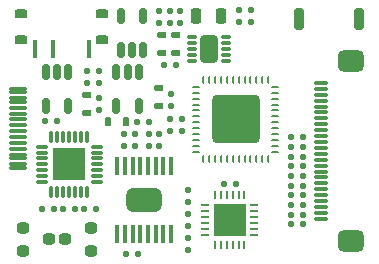
<source format=gtp>
G04*
G04 #@! TF.GenerationSoftware,Altium Limited,Altium Designer,18.1.7 (191)*
G04*
G04 Layer_Color=8421504*
%FSLAX25Y25*%
%MOIN*%
G70*
G01*
G75*
G04:AMPARAMS|DCode=19|XSize=31.5mil|YSize=70.87mil|CornerRadius=7.87mil|HoleSize=0mil|Usage=FLASHONLY|Rotation=0.000|XOffset=0mil|YOffset=0mil|HoleType=Round|Shape=RoundedRectangle|*
%AMROUNDEDRECTD19*
21,1,0.03150,0.05512,0,0,0.0*
21,1,0.01575,0.07087,0,0,0.0*
1,1,0.01575,0.00787,-0.02756*
1,1,0.01575,-0.00787,-0.02756*
1,1,0.01575,-0.00787,0.02756*
1,1,0.01575,0.00787,0.02756*
%
%ADD19ROUNDEDRECTD19*%
G04:AMPARAMS|DCode=20|XSize=37.4mil|YSize=39.37mil|CornerRadius=9.35mil|HoleSize=0mil|Usage=FLASHONLY|Rotation=90.000|XOffset=0mil|YOffset=0mil|HoleType=Round|Shape=RoundedRectangle|*
%AMROUNDEDRECTD20*
21,1,0.03740,0.02067,0,0,90.0*
21,1,0.01870,0.03937,0,0,90.0*
1,1,0.01870,0.01034,0.00935*
1,1,0.01870,0.01034,-0.00935*
1,1,0.01870,-0.01034,-0.00935*
1,1,0.01870,-0.01034,0.00935*
%
%ADD20ROUNDEDRECTD20*%
G04:AMPARAMS|DCode=21|XSize=59.06mil|YSize=11.81mil|CornerRadius=2.95mil|HoleSize=0mil|Usage=FLASHONLY|Rotation=0.000|XOffset=0mil|YOffset=0mil|HoleType=Round|Shape=RoundedRectangle|*
%AMROUNDEDRECTD21*
21,1,0.05906,0.00591,0,0,0.0*
21,1,0.05315,0.01181,0,0,0.0*
1,1,0.00591,0.02657,-0.00295*
1,1,0.00591,-0.02657,-0.00295*
1,1,0.00591,-0.02657,0.00295*
1,1,0.00591,0.02657,0.00295*
%
%ADD21ROUNDEDRECTD21*%
G04:AMPARAMS|DCode=22|XSize=160mil|YSize=160mil|CornerRadius=16mil|HoleSize=0mil|Usage=FLASHONLY|Rotation=0.000|XOffset=0mil|YOffset=0mil|HoleType=Round|Shape=RoundedRectangle|*
%AMROUNDEDRECTD22*
21,1,0.16000,0.12800,0,0,0.0*
21,1,0.12800,0.16000,0,0,0.0*
1,1,0.03200,0.06400,-0.06400*
1,1,0.03200,-0.06400,-0.06400*
1,1,0.03200,-0.06400,0.06400*
1,1,0.03200,0.06400,0.06400*
%
%ADD22ROUNDEDRECTD22*%
G04:AMPARAMS|DCode=23|XSize=26.57mil|YSize=9.84mil|CornerRadius=2.46mil|HoleSize=0mil|Usage=FLASHONLY|Rotation=0.000|XOffset=0mil|YOffset=0mil|HoleType=Round|Shape=RoundedRectangle|*
%AMROUNDEDRECTD23*
21,1,0.02657,0.00492,0,0,0.0*
21,1,0.02165,0.00984,0,0,0.0*
1,1,0.00492,0.01083,-0.00246*
1,1,0.00492,-0.01083,-0.00246*
1,1,0.00492,-0.01083,0.00246*
1,1,0.00492,0.01083,0.00246*
%
%ADD23ROUNDEDRECTD23*%
G04:AMPARAMS|DCode=24|XSize=26.57mil|YSize=9.84mil|CornerRadius=2.46mil|HoleSize=0mil|Usage=FLASHONLY|Rotation=90.000|XOffset=0mil|YOffset=0mil|HoleType=Round|Shape=RoundedRectangle|*
%AMROUNDEDRECTD24*
21,1,0.02657,0.00492,0,0,90.0*
21,1,0.02165,0.00984,0,0,90.0*
1,1,0.00492,0.00246,0.01083*
1,1,0.00492,0.00246,-0.01083*
1,1,0.00492,-0.00246,-0.01083*
1,1,0.00492,-0.00246,0.01083*
%
%ADD24ROUNDEDRECTD24*%
G04:AMPARAMS|DCode=25|XSize=78.74mil|YSize=118.11mil|CornerRadius=19.68mil|HoleSize=0mil|Usage=FLASHONLY|Rotation=90.000|XOffset=0mil|YOffset=0mil|HoleType=Round|Shape=RoundedRectangle|*
%AMROUNDEDRECTD25*
21,1,0.07874,0.07874,0,0,90.0*
21,1,0.03937,0.11811,0,0,90.0*
1,1,0.03937,0.03937,0.01968*
1,1,0.03937,0.03937,-0.01968*
1,1,0.03937,-0.03937,-0.01968*
1,1,0.03937,-0.03937,0.01968*
%
%ADD25ROUNDEDRECTD25*%
G04:AMPARAMS|DCode=26|XSize=61.81mil|YSize=16.14mil|CornerRadius=4.04mil|HoleSize=0mil|Usage=FLASHONLY|Rotation=90.000|XOffset=0mil|YOffset=0mil|HoleType=Round|Shape=RoundedRectangle|*
%AMROUNDEDRECTD26*
21,1,0.06181,0.00807,0,0,90.0*
21,1,0.05374,0.01614,0,0,90.0*
1,1,0.00807,0.00404,0.02687*
1,1,0.00807,0.00404,-0.02687*
1,1,0.00807,-0.00404,-0.02687*
1,1,0.00807,-0.00404,0.02687*
%
%ADD26ROUNDEDRECTD26*%
G04:AMPARAMS|DCode=27|XSize=20mil|YSize=20mil|CornerRadius=5mil|HoleSize=0mil|Usage=FLASHONLY|Rotation=180.000|XOffset=0mil|YOffset=0mil|HoleType=Round|Shape=RoundedRectangle|*
%AMROUNDEDRECTD27*
21,1,0.02000,0.01000,0,0,180.0*
21,1,0.01000,0.02000,0,0,180.0*
1,1,0.01000,-0.00500,0.00500*
1,1,0.01000,0.00500,0.00500*
1,1,0.01000,0.00500,-0.00500*
1,1,0.01000,-0.00500,-0.00500*
%
%ADD27ROUNDEDRECTD27*%
G04:AMPARAMS|DCode=28|XSize=20mil|YSize=20mil|CornerRadius=5mil|HoleSize=0mil|Usage=FLASHONLY|Rotation=90.000|XOffset=0mil|YOffset=0mil|HoleType=Round|Shape=RoundedRectangle|*
%AMROUNDEDRECTD28*
21,1,0.02000,0.01000,0,0,90.0*
21,1,0.01000,0.02000,0,0,90.0*
1,1,0.01000,0.00500,0.00500*
1,1,0.01000,0.00500,-0.00500*
1,1,0.01000,-0.00500,-0.00500*
1,1,0.01000,-0.00500,0.00500*
%
%ADD28ROUNDEDRECTD28*%
G04:AMPARAMS|DCode=29|XSize=30mil|YSize=22mil|CornerRadius=5.5mil|HoleSize=0mil|Usage=FLASHONLY|Rotation=0.000|XOffset=0mil|YOffset=0mil|HoleType=Round|Shape=RoundedRectangle|*
%AMROUNDEDRECTD29*
21,1,0.03000,0.01100,0,0,0.0*
21,1,0.01900,0.02200,0,0,0.0*
1,1,0.01100,0.00950,-0.00550*
1,1,0.01100,-0.00950,-0.00550*
1,1,0.01100,-0.00950,0.00550*
1,1,0.01100,0.00950,0.00550*
%
%ADD29ROUNDEDRECTD29*%
G04:AMPARAMS|DCode=30|XSize=30mil|YSize=22mil|CornerRadius=5.5mil|HoleSize=0mil|Usage=FLASHONLY|Rotation=90.000|XOffset=0mil|YOffset=0mil|HoleType=Round|Shape=RoundedRectangle|*
%AMROUNDEDRECTD30*
21,1,0.03000,0.01100,0,0,90.0*
21,1,0.01900,0.02200,0,0,90.0*
1,1,0.01100,0.00550,0.00950*
1,1,0.01100,0.00550,-0.00950*
1,1,0.01100,-0.00550,-0.00950*
1,1,0.01100,-0.00550,0.00950*
%
%ADD30ROUNDEDRECTD30*%
G04:AMPARAMS|DCode=31|XSize=23.62mil|YSize=51.18mil|CornerRadius=5.91mil|HoleSize=0mil|Usage=FLASHONLY|Rotation=0.000|XOffset=0mil|YOffset=0mil|HoleType=Round|Shape=RoundedRectangle|*
%AMROUNDEDRECTD31*
21,1,0.02362,0.03937,0,0,0.0*
21,1,0.01181,0.05118,0,0,0.0*
1,1,0.01181,0.00591,-0.01968*
1,1,0.01181,-0.00591,-0.01968*
1,1,0.01181,-0.00591,0.01968*
1,1,0.01181,0.00591,0.01968*
%
%ADD31ROUNDEDRECTD31*%
G04:AMPARAMS|DCode=32|XSize=86.61mil|YSize=70.87mil|CornerRadius=17.72mil|HoleSize=0mil|Usage=FLASHONLY|Rotation=180.000|XOffset=0mil|YOffset=0mil|HoleType=Round|Shape=RoundedRectangle|*
%AMROUNDEDRECTD32*
21,1,0.08661,0.03543,0,0,180.0*
21,1,0.05118,0.07087,0,0,180.0*
1,1,0.03543,-0.02559,0.01772*
1,1,0.03543,0.02559,0.01772*
1,1,0.03543,0.02559,-0.01772*
1,1,0.03543,-0.02559,-0.01772*
%
%ADD32ROUNDEDRECTD32*%
%ADD33O,0.04921X0.01181*%
G04:AMPARAMS|DCode=34|XSize=12mil|YSize=38mil|CornerRadius=3mil|HoleSize=0mil|Usage=FLASHONLY|Rotation=90.000|XOffset=0mil|YOffset=0mil|HoleType=Round|Shape=RoundedRectangle|*
%AMROUNDEDRECTD34*
21,1,0.01200,0.03200,0,0,90.0*
21,1,0.00600,0.03800,0,0,90.0*
1,1,0.00600,0.01600,0.00300*
1,1,0.00600,0.01600,-0.00300*
1,1,0.00600,-0.01600,-0.00300*
1,1,0.00600,-0.01600,0.00300*
%
%ADD34ROUNDEDRECTD34*%
G04:AMPARAMS|DCode=35|XSize=12mil|YSize=38mil|CornerRadius=3mil|HoleSize=0mil|Usage=FLASHONLY|Rotation=0.000|XOffset=0mil|YOffset=0mil|HoleType=Round|Shape=RoundedRectangle|*
%AMROUNDEDRECTD35*
21,1,0.01200,0.03200,0,0,0.0*
21,1,0.00600,0.03800,0,0,0.0*
1,1,0.00600,0.00300,-0.01600*
1,1,0.00600,-0.00300,-0.01600*
1,1,0.00600,-0.00300,0.01600*
1,1,0.00600,0.00300,0.01600*
%
%ADD35ROUNDEDRECTD35*%
%ADD36R,0.10630X0.11024*%
%ADD37R,0.11024X0.10630*%
%ADD38O,0.00984X0.02756*%
%ADD39O,0.02756X0.00984*%
G04:AMPARAMS|DCode=40|XSize=10.24mil|YSize=33.07mil|CornerRadius=2.56mil|HoleSize=0mil|Usage=FLASHONLY|Rotation=90.000|XOffset=0mil|YOffset=0mil|HoleType=Round|Shape=RoundedRectangle|*
%AMROUNDEDRECTD40*
21,1,0.01024,0.02795,0,0,90.0*
21,1,0.00512,0.03307,0,0,90.0*
1,1,0.00512,0.01398,0.00256*
1,1,0.00512,0.01398,-0.00256*
1,1,0.00512,-0.01398,-0.00256*
1,1,0.00512,-0.01398,0.00256*
%
%ADD40ROUNDEDRECTD40*%
G04:AMPARAMS|DCode=41|XSize=92.52mil|YSize=62.21mil|CornerRadius=15.55mil|HoleSize=0mil|Usage=FLASHONLY|Rotation=90.000|XOffset=0mil|YOffset=0mil|HoleType=Round|Shape=RoundedRectangle|*
%AMROUNDEDRECTD41*
21,1,0.09252,0.03110,0,0,90.0*
21,1,0.06142,0.06221,0,0,90.0*
1,1,0.03110,0.01555,0.03071*
1,1,0.03110,0.01555,-0.03071*
1,1,0.03110,-0.01555,-0.03071*
1,1,0.03110,-0.01555,0.03071*
%
%ADD41ROUNDEDRECTD41*%
G04:AMPARAMS|DCode=42|XSize=51.18mil|YSize=35.43mil|CornerRadius=8.86mil|HoleSize=0mil|Usage=FLASHONLY|Rotation=90.000|XOffset=0mil|YOffset=0mil|HoleType=Round|Shape=RoundedRectangle|*
%AMROUNDEDRECTD42*
21,1,0.05118,0.01772,0,0,90.0*
21,1,0.03347,0.03543,0,0,90.0*
1,1,0.01772,0.00886,0.01673*
1,1,0.01772,0.00886,-0.01673*
1,1,0.01772,-0.00886,-0.01673*
1,1,0.01772,-0.00886,0.01673*
%
%ADD42ROUNDEDRECTD42*%
G04:AMPARAMS|DCode=43|XSize=60mil|YSize=16mil|CornerRadius=4mil|HoleSize=0mil|Usage=FLASHONLY|Rotation=270.000|XOffset=0mil|YOffset=0mil|HoleType=Round|Shape=RoundedRectangle|*
%AMROUNDEDRECTD43*
21,1,0.06000,0.00800,0,0,270.0*
21,1,0.05200,0.01600,0,0,270.0*
1,1,0.00800,-0.00400,-0.02600*
1,1,0.00800,-0.00400,0.02600*
1,1,0.00800,0.00400,0.02600*
1,1,0.00800,0.00400,-0.02600*
%
%ADD43ROUNDEDRECTD43*%
G04:AMPARAMS|DCode=44|XSize=42mil|YSize=30mil|CornerRadius=7.5mil|HoleSize=0mil|Usage=FLASHONLY|Rotation=180.000|XOffset=0mil|YOffset=0mil|HoleType=Round|Shape=RoundedRectangle|*
%AMROUNDEDRECTD44*
21,1,0.04200,0.01500,0,0,180.0*
21,1,0.02700,0.03000,0,0,180.0*
1,1,0.01500,-0.01350,0.00750*
1,1,0.01500,0.01350,0.00750*
1,1,0.01500,0.01350,-0.00750*
1,1,0.01500,-0.01350,-0.00750*
%
%ADD44ROUNDEDRECTD44*%
G36*
X127472Y84547D02*
X123531D01*
Y90458D01*
X127472D01*
Y84547D01*
D02*
G37*
D19*
X175591Y97500D02*
D03*
X155500D02*
D03*
D20*
X86429Y20260D02*
D03*
X86429Y27740D02*
D03*
X77571Y24000D02*
D03*
X63571Y27740D02*
D03*
X63571Y20260D02*
D03*
X72429Y24000D02*
D03*
D21*
X61921Y74189D02*
D03*
Y73008D02*
D03*
Y71039D02*
D03*
Y69858D02*
D03*
Y67890D02*
D03*
Y65921D02*
D03*
Y63953D02*
D03*
Y61984D02*
D03*
Y60016D02*
D03*
Y58047D02*
D03*
Y56079D02*
D03*
Y54110D02*
D03*
Y52142D02*
D03*
Y50961D02*
D03*
Y48992D02*
D03*
Y47811D02*
D03*
D22*
X134500Y64000D02*
D03*
D23*
X121262Y74827D02*
D03*
Y72858D02*
D03*
Y70890D02*
D03*
Y68921D02*
D03*
Y66953D02*
D03*
Y64984D02*
D03*
Y63016D02*
D03*
Y61047D02*
D03*
Y59079D02*
D03*
Y57110D02*
D03*
Y55142D02*
D03*
Y53173D02*
D03*
X147738D02*
D03*
Y55142D02*
D03*
Y57110D02*
D03*
Y59079D02*
D03*
Y61047D02*
D03*
Y63016D02*
D03*
Y64984D02*
D03*
Y66953D02*
D03*
Y68921D02*
D03*
Y70890D02*
D03*
Y72858D02*
D03*
Y74827D02*
D03*
D24*
X123673Y50762D02*
D03*
X125642D02*
D03*
X127610D02*
D03*
X129579D02*
D03*
X131547D02*
D03*
X133516D02*
D03*
X135484D02*
D03*
X137453D02*
D03*
X139421D02*
D03*
X141390D02*
D03*
X143358D02*
D03*
X145327D02*
D03*
Y77238D02*
D03*
X143358D02*
D03*
X141390D02*
D03*
X139421D02*
D03*
X137453D02*
D03*
X135484D02*
D03*
X133516D02*
D03*
X131547D02*
D03*
X129579D02*
D03*
X127610D02*
D03*
X125642D02*
D03*
X123673D02*
D03*
D25*
X104000Y37000D02*
D03*
D26*
X95043Y48299D02*
D03*
X97602D02*
D03*
X100161D02*
D03*
X102720D02*
D03*
X105280D02*
D03*
X107839D02*
D03*
X110398D02*
D03*
X112957D02*
D03*
Y25701D02*
D03*
X110398D02*
D03*
X107839D02*
D03*
X105280D02*
D03*
X102720D02*
D03*
X100161D02*
D03*
X97602D02*
D03*
X95043D02*
D03*
D27*
X97400Y59000D02*
D03*
Y55000D02*
D03*
X116000Y96000D02*
D03*
Y100000D02*
D03*
X89000Y80000D02*
D03*
Y76000D02*
D03*
X112957Y68500D02*
D03*
Y72500D02*
D03*
X85000Y76000D02*
D03*
Y80000D02*
D03*
X89000Y67000D02*
D03*
Y71000D02*
D03*
X112500Y96000D02*
D03*
Y100000D02*
D03*
X109000D02*
D03*
Y96000D02*
D03*
X118500Y40500D02*
D03*
Y36500D02*
D03*
Y20500D02*
D03*
Y24500D02*
D03*
Y32500D02*
D03*
Y28500D02*
D03*
X100800Y55000D02*
D03*
Y59000D02*
D03*
X105500D02*
D03*
Y55000D02*
D03*
X109000D02*
D03*
Y59000D02*
D03*
D28*
X80800Y34000D02*
D03*
X76800D02*
D03*
X139500Y96500D02*
D03*
X135500D02*
D03*
X114500Y82000D02*
D03*
X110500D02*
D03*
X87800Y34000D02*
D03*
X83800D02*
D03*
X69800D02*
D03*
X73800D02*
D03*
X116500Y60000D02*
D03*
X112500D02*
D03*
X153000Y32222D02*
D03*
X157000D02*
D03*
X153000Y38667D02*
D03*
X157000D02*
D03*
X153000Y41889D02*
D03*
X157000D02*
D03*
X153000Y48333D02*
D03*
X157000D02*
D03*
X153000Y29000D02*
D03*
X157000D02*
D03*
X102000Y19000D02*
D03*
X98000D02*
D03*
X71000Y63500D02*
D03*
X75000D02*
D03*
X112500Y64000D02*
D03*
X116500D02*
D03*
X101500Y63000D02*
D03*
X105500D02*
D03*
X157000Y45111D02*
D03*
X153000D02*
D03*
X134500Y42600D02*
D03*
X130500D02*
D03*
X153000Y58000D02*
D03*
X157000D02*
D03*
Y35444D02*
D03*
X153000D02*
D03*
X157000Y51556D02*
D03*
X153000D02*
D03*
X157000Y54778D02*
D03*
X153000D02*
D03*
X139500Y100500D02*
D03*
X135500D02*
D03*
D29*
X114500Y86000D02*
D03*
Y92000D02*
D03*
X108957Y68500D02*
D03*
Y74500D02*
D03*
X85000Y72000D02*
D03*
Y66000D02*
D03*
X110000Y92000D02*
D03*
Y86000D02*
D03*
D30*
X98000Y63000D02*
D03*
X92000D02*
D03*
D31*
X71260Y79905D02*
D03*
X75000D02*
D03*
X78740D02*
D03*
Y68506D02*
D03*
X71260D02*
D03*
X94760Y79905D02*
D03*
X98500D02*
D03*
X102240D02*
D03*
Y68506D02*
D03*
X94760D02*
D03*
X103740Y87094D02*
D03*
X100000D02*
D03*
X96260D02*
D03*
Y98494D02*
D03*
X103740D02*
D03*
D32*
X172971Y23382D02*
D03*
Y83618D02*
D03*
D33*
X163029Y30864D02*
D03*
Y32832D02*
D03*
Y34801D02*
D03*
Y36769D02*
D03*
Y38738D02*
D03*
Y40706D02*
D03*
Y42675D02*
D03*
Y44643D02*
D03*
Y46612D02*
D03*
Y48580D02*
D03*
Y50549D02*
D03*
Y52517D02*
D03*
Y54486D02*
D03*
X163029Y56454D02*
D03*
X163029Y58423D02*
D03*
Y60391D02*
D03*
Y62360D02*
D03*
Y64328D02*
D03*
Y66297D02*
D03*
Y68265D02*
D03*
Y70234D02*
D03*
Y72202D02*
D03*
Y74171D02*
D03*
X163029Y76139D02*
D03*
D34*
X88150Y43095D02*
D03*
Y45063D02*
D03*
Y47032D02*
D03*
Y49000D02*
D03*
Y50968D02*
D03*
Y52937D02*
D03*
Y54905D02*
D03*
X69850D02*
D03*
Y52937D02*
D03*
Y50968D02*
D03*
Y49000D02*
D03*
Y47032D02*
D03*
Y45063D02*
D03*
Y43095D02*
D03*
D35*
X84905Y58150D02*
D03*
X82937D02*
D03*
X80968D02*
D03*
X79000D02*
D03*
X77031D02*
D03*
X75063D02*
D03*
X73094D02*
D03*
Y39850D02*
D03*
X75063D02*
D03*
X77031D02*
D03*
X79000D02*
D03*
X80968D02*
D03*
X82937D02*
D03*
X84905D02*
D03*
D36*
X79000Y49000D02*
D03*
D37*
X132500Y30500D02*
D03*
D38*
X137421Y22232D02*
D03*
X135453D02*
D03*
X133484D02*
D03*
X131516D02*
D03*
X129547D02*
D03*
X127579D02*
D03*
Y38768D02*
D03*
X129547D02*
D03*
X131516D02*
D03*
X133484D02*
D03*
X135453D02*
D03*
X137421D02*
D03*
D39*
X124232Y25579D02*
D03*
Y27547D02*
D03*
Y29516D02*
D03*
Y31484D02*
D03*
Y33453D02*
D03*
Y35421D02*
D03*
X140768D02*
D03*
Y33453D02*
D03*
Y31484D02*
D03*
Y29516D02*
D03*
Y27547D02*
D03*
Y25579D02*
D03*
D40*
X131150Y83563D02*
D03*
Y85532D02*
D03*
Y87500D02*
D03*
Y89468D02*
D03*
Y91437D02*
D03*
X119850D02*
D03*
Y89468D02*
D03*
Y87500D02*
D03*
Y85532D02*
D03*
Y83563D02*
D03*
D41*
X125500Y87500D02*
D03*
D42*
X121366Y98500D02*
D03*
X129634D02*
D03*
D43*
X85500Y87500D02*
D03*
X73500D02*
D03*
X67500D02*
D03*
D44*
X90000Y90300D02*
D03*
X63000Y99200D02*
D03*
Y90300D02*
D03*
X90000Y99200D02*
D03*
M02*

</source>
